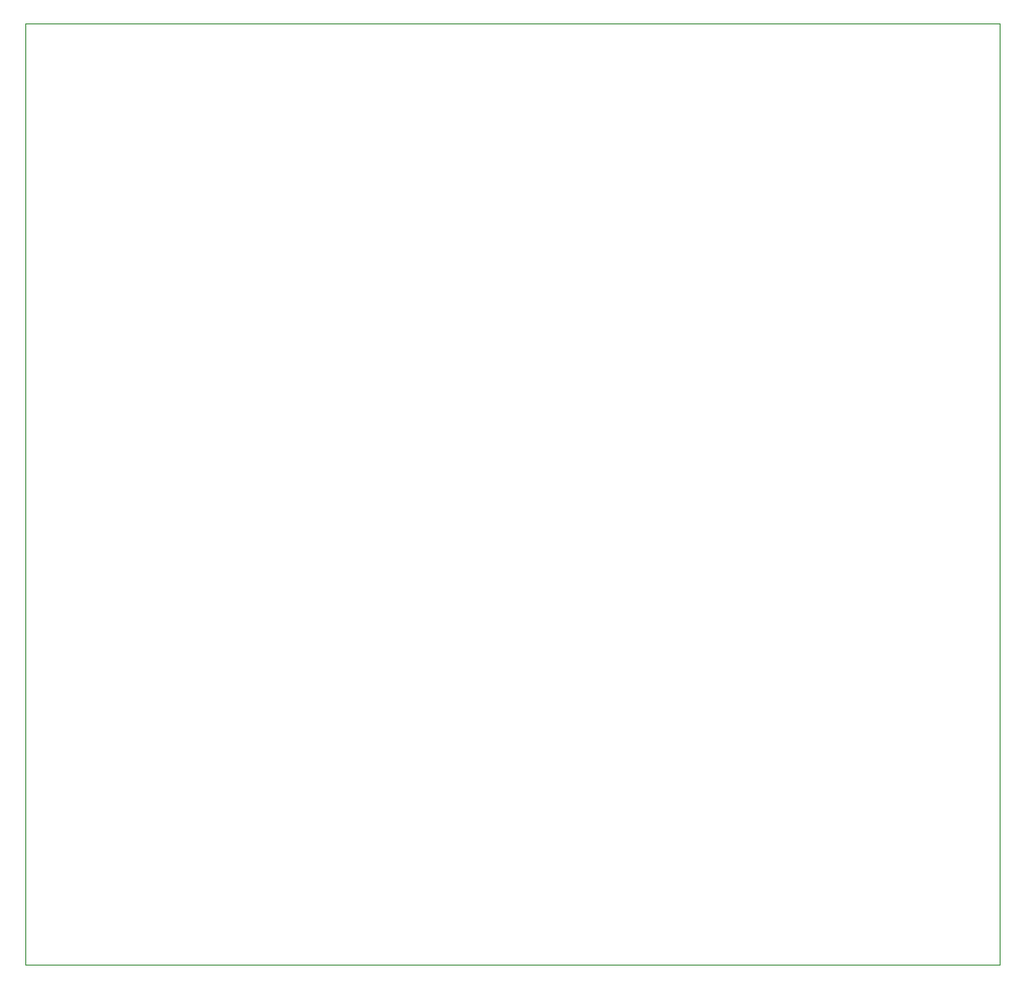
<source format=gbr>
%TF.GenerationSoftware,KiCad,Pcbnew,7.0.10-7.0.10~ubuntu20.04.1*%
%TF.CreationDate,2024-01-16T10:42:35+01:00*%
%TF.ProjectId,Unicomp_LCD_Board,556e6963-6f6d-4705-9f4c-43445f426f61,rev?*%
%TF.SameCoordinates,Original*%
%TF.FileFunction,Profile,NP*%
%FSLAX46Y46*%
G04 Gerber Fmt 4.6, Leading zero omitted, Abs format (unit mm)*
G04 Created by KiCad (PCBNEW 7.0.10-7.0.10~ubuntu20.04.1) date 2024-01-16 10:42:35*
%MOMM*%
%LPD*%
G01*
G04 APERTURE LIST*
%TA.AperFunction,Profile*%
%ADD10C,0.100000*%
%TD*%
G04 APERTURE END LIST*
D10*
X70000000Y-22000000D02*
X158000000Y-22000000D01*
X158000000Y-107000000D01*
X70000000Y-107000000D01*
X70000000Y-22000000D01*
M02*

</source>
